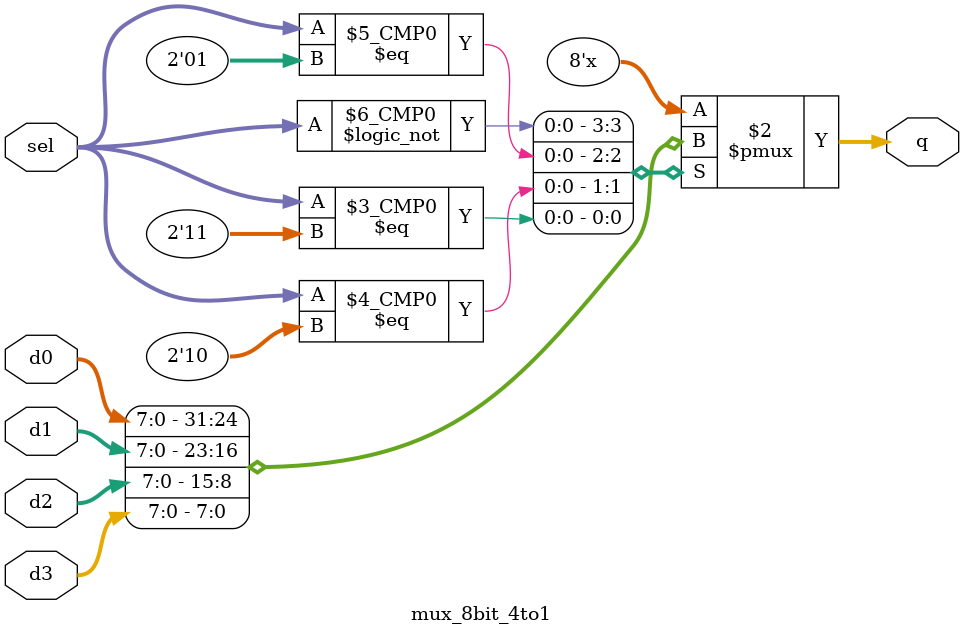
<source format=v>
module dff_and_mux(
    input clk,
    input wire [7:0] d,
    input wire [1:0] sel,
    output [7:0] q
);
    wire [7:0] dff_o1, dff_o2, dff_o3;    
    my_dff8 dff1(clk, d, dff_o1);
    my_dff8 dff2(clk, dff_o1, dff_o2);
    my_dff8 dff3(clk, dff_o2, dff_o3);
    mux_8bit_4to1 mux(.d0(d), .d1(dff_o1), .d2(dff_o2), .d3(dff_o3), .sel(sel), .q(q));
endmodule

module my_dff8(
    input clk,
    input wire [7:0] d,
    output reg [7:0] q
);
    always @(posedge clk) begin
        q <= d;
    end
endmodule

module mux_8bit_4to1(
    input wire [7:0] d0,
    input wire [7:0] d1,
    input wire [7:0] d2,
    input wire [7:0] d3,
    input wire [1:0] sel,
    output reg [7:0] q
);
    always @(*) begin 
        case(sel)
        2'b00: q = d0;
        2'b01: q = d1;
        2'b10: q = d2;
        2'b11: q = d3;
        default: q = {8{1'bx}}; 
        endcase
    end
endmodule
</source>
